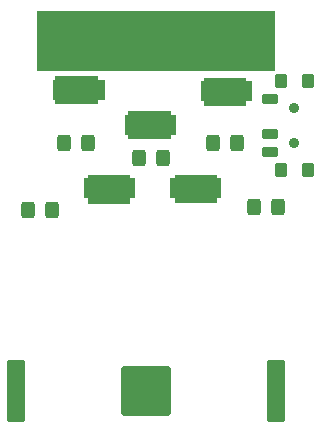
<source format=gbr>
%TF.GenerationSoftware,KiCad,Pcbnew,9.0.2*%
%TF.CreationDate,2025-10-05T19:09:33-07:00*%
%TF.ProjectId,PumpkinPCB,50756d70-6b69-46e5-9043-422e6b696361,rev?*%
%TF.SameCoordinates,Original*%
%TF.FileFunction,Soldermask,Bot*%
%TF.FilePolarity,Negative*%
%FSLAX46Y46*%
G04 Gerber Fmt 4.6, Leading zero omitted, Abs format (unit mm)*
G04 Created by KiCad (PCBNEW 9.0.2) date 2025-10-05 19:09:33*
%MOMM*%
%LPD*%
G01*
G04 APERTURE LIST*
G04 Aperture macros list*
%AMRoundRect*
0 Rectangle with rounded corners*
0 $1 Rounding radius*
0 $2 $3 $4 $5 $6 $7 $8 $9 X,Y pos of 4 corners*
0 Add a 4 corners polygon primitive as box body*
4,1,4,$2,$3,$4,$5,$6,$7,$8,$9,$2,$3,0*
0 Add four circle primitives for the rounded corners*
1,1,$1+$1,$2,$3*
1,1,$1+$1,$4,$5*
1,1,$1+$1,$6,$7*
1,1,$1+$1,$8,$9*
0 Add four rect primitives between the rounded corners*
20,1,$1+$1,$2,$3,$4,$5,0*
20,1,$1+$1,$4,$5,$6,$7,0*
20,1,$1+$1,$6,$7,$8,$9,0*
20,1,$1+$1,$8,$9,$2,$3,0*%
G04 Aperture macros list end*
%ADD10C,0.100000*%
%ADD11RoundRect,0.102000X1.980000X1.980000X-1.980000X1.980000X-1.980000X-1.980000X1.980000X-1.980000X0*%
%ADD12RoundRect,0.102000X0.635000X2.540000X-0.635000X2.540000X-0.635000X-2.540000X0.635000X-2.540000X0*%
%ADD13RoundRect,0.250001X-0.462499X-0.624999X0.462499X-0.624999X0.462499X0.624999X-0.462499X0.624999X0*%
%ADD14RoundRect,0.250000X0.325000X0.450000X-0.325000X0.450000X-0.325000X-0.450000X0.325000X-0.450000X0*%
%ADD15RoundRect,0.250000X-0.325000X-0.450000X0.325000X-0.450000X0.325000X0.450000X-0.325000X0.450000X0*%
%ADD16RoundRect,0.250001X0.462499X0.624999X-0.462499X0.624999X-0.462499X-0.624999X0.462499X-0.624999X0*%
%ADD17RoundRect,0.102000X0.400000X-0.500000X0.400000X0.500000X-0.400000X0.500000X-0.400000X-0.500000X0*%
%ADD18RoundRect,0.102000X0.550000X-0.350000X0.550000X0.350000X-0.550000X0.350000X-0.550000X-0.350000X0*%
%ADD19C,0.900000*%
G04 APERTURE END LIST*
D10*
X134337751Y-79440502D02*
X154337751Y-79440502D01*
X154337751Y-84440502D01*
X134337751Y-84440502D01*
X134337751Y-79440502D01*
G36*
X134337751Y-79440502D02*
G01*
X154337751Y-79440502D01*
X154337751Y-84440502D01*
X134337751Y-84440502D01*
X134337751Y-79440502D01*
G37*
X134337751Y-79440502D02*
X154337751Y-79440502D01*
X154337751Y-84440502D01*
X134337751Y-84440502D01*
X134337751Y-79440502D01*
G36*
X134337751Y-79440502D02*
G01*
X154337751Y-79440502D01*
X154337751Y-84440502D01*
X134337751Y-84440502D01*
X134337751Y-79440502D01*
G37*
X135837751Y-84940502D02*
X139337751Y-84940502D01*
X139337751Y-87240502D01*
X135837751Y-87240502D01*
X135837751Y-84940502D01*
G36*
X135837751Y-84940502D02*
G01*
X139337751Y-84940502D01*
X139337751Y-87240502D01*
X135837751Y-87240502D01*
X135837751Y-84940502D01*
G37*
X138587751Y-93340502D02*
X142087751Y-93340502D01*
X142087751Y-95640502D01*
X138587751Y-95640502D01*
X138587751Y-93340502D01*
G36*
X138587751Y-93340502D02*
G01*
X142087751Y-93340502D01*
X142087751Y-95640502D01*
X138587751Y-95640502D01*
X138587751Y-93340502D01*
G37*
X142037751Y-87890502D02*
X145537751Y-87890502D01*
X145537751Y-90190502D01*
X142037751Y-90190502D01*
X142037751Y-87890502D01*
G36*
X142037751Y-87890502D02*
G01*
X145537751Y-87890502D01*
X145537751Y-90190502D01*
X142037751Y-90190502D01*
X142037751Y-87890502D01*
G37*
X145987751Y-93290502D02*
X149487751Y-93290502D01*
X149487751Y-95590502D01*
X145987751Y-95590502D01*
X145987751Y-93290502D01*
G36*
X145987751Y-93290502D02*
G01*
X149487751Y-93290502D01*
X149487751Y-95590502D01*
X145987751Y-95590502D01*
X145987751Y-93290502D01*
G37*
X148437751Y-85090502D02*
X151937751Y-85090502D01*
X151937751Y-87390502D01*
X148437751Y-87390502D01*
X148437751Y-85090502D01*
G36*
X148437751Y-85090502D02*
G01*
X151937751Y-85090502D01*
X151937751Y-87390502D01*
X148437751Y-87390502D01*
X148437751Y-85090502D01*
G37*
D11*
%TO.C,BT1*%
X143537800Y-111640500D03*
D12*
X154522800Y-111640500D03*
X132552800Y-111640500D03*
%TD*%
D13*
%TO.C,D2*%
X139337800Y-86140500D03*
X136362800Y-86140500D03*
%TD*%
D14*
%TO.C,R3*%
X144962800Y-91840500D03*
X142912800Y-91840500D03*
%TD*%
D13*
%TO.C,D5*%
X138937800Y-94440500D03*
X141912800Y-94440500D03*
%TD*%
D14*
%TO.C,R5*%
X135562800Y-96240500D03*
X133512800Y-96240500D03*
%TD*%
%TO.C,R2*%
X138612800Y-90640500D03*
X136562800Y-90640500D03*
%TD*%
D13*
%TO.C,D4*%
X146250300Y-94440500D03*
X149225300Y-94440500D03*
%TD*%
%TO.C,D1*%
X148837800Y-86240500D03*
X151812800Y-86240500D03*
%TD*%
D14*
%TO.C,R1*%
X151212800Y-90640500D03*
X149162800Y-90640500D03*
%TD*%
D15*
%TO.C,R4*%
X152687800Y-96040500D03*
X154737800Y-96040500D03*
%TD*%
D16*
%TO.C,D3*%
X145425300Y-89040500D03*
X142450300Y-89040500D03*
%TD*%
D17*
%TO.C,S1*%
X154930000Y-92860000D03*
X154930000Y-85360000D03*
X157230000Y-85360000D03*
X157230000Y-92860000D03*
D18*
X154030000Y-91360000D03*
X154030000Y-89860000D03*
X154030000Y-86860000D03*
D19*
X156080000Y-87610000D03*
X156080000Y-90610000D03*
%TD*%
M02*

</source>
